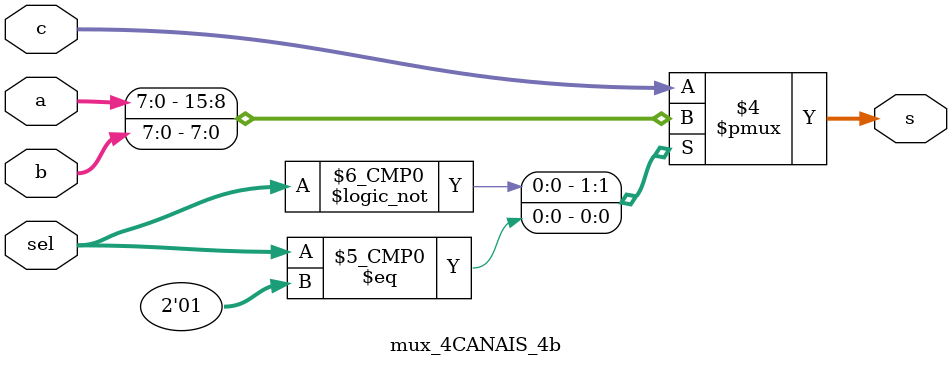
<source format=v>
module mux_4CANAIS_4b  (a, b, c, s, sel);

  input [7:0] a, b, c;
  input  [1:0] sel;
  
  output reg[7:0] s;
  
  always @ (a,b,c,sel)
    case (sel)
      0: s <= a; 
      1: s <= b;
      2: s <= c;
      default s <= c;
   endcase
	
endmodule 
</source>
